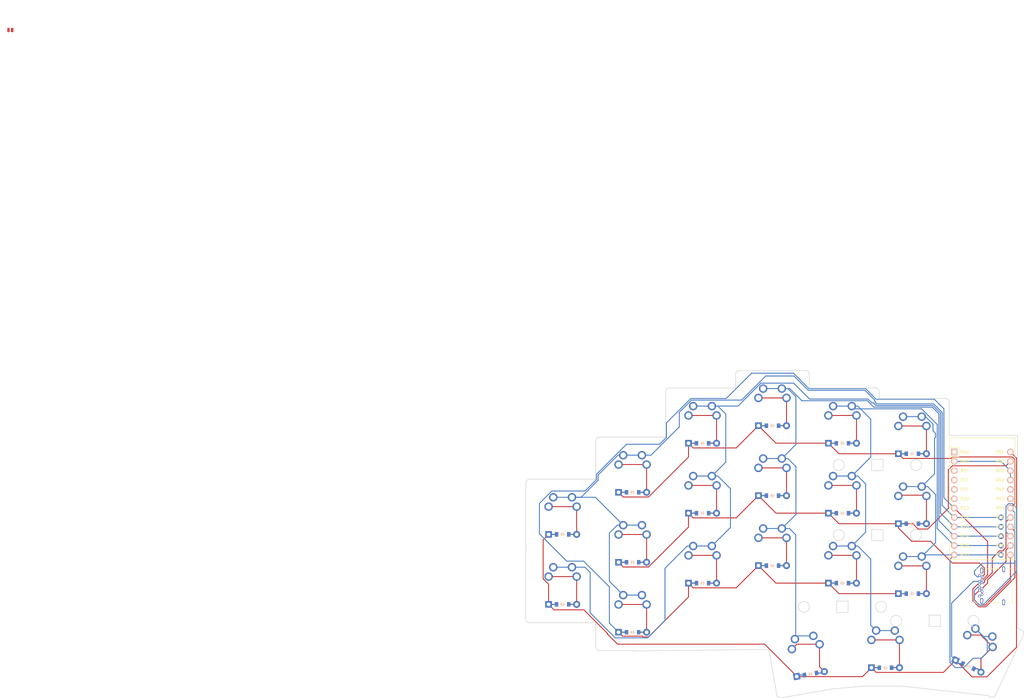
<source format=kicad_pcb>
(kicad_pcb (version 20221018) (generator pcbnew)
  (title_block (title "trone") (rev "v1.0.0") (company "Unknown"))
  (layers (0 "F.Cu" signal) (31 "B.Cu" signal) (34 "B.Paste" user) (35 "F.Paste" user) (36 "B.SilkS" user "B.Silkscreen") (37 "F.SilkS" user "F.Silkscreen") (38 "B.Mask" user) (39 "F.Mask" user) (44 "Edge.Cuts" user))
  (net 0 "")
  (net 1 "P15")
  (net 2 "outer_home")
  (net 3 "P18")
  (net 4 "outer_top")
  (net 5 "pinky_bottom")
  (net 6 "pinky_home")
  (net 7 "pinky_top")
  (net 8 "ring_bottom")
  (net 9 "ring_home")
  (net 10 "ring_top")
  (net 11 "P14")
  (net 12 "middle_bottom")
  (net 13 "middle_home")
  (net 14 "middle_top")
  (net 15 "P16")
  (net 16 "index_bottom")
  (net 17 "index_home")
  (net 18 "index_top")
  (net 19 "P10")
  (net 20 "inner_bottom")
  (net 21 "inner_home")
  (net 22 "inner_top")
  (net 23 "inner_fan")
  (net 24 "home_fan")
  (net 25 "outer_fan")
  (net 26 "P1")
  (net 27 "P19")
  (net 28 "P0")
  (net 29 "P4")
  (net 30 "P5")
  (net 31 "P6")
  (net 32 "P7")
  (net 33 "P8")
  (net 34 "P9")
  (net 35 "RAW")
  (net 36 "GND")
  (net 37 "RST")
  (net 38 "VCC")
  (net 39 "P21")
  (net 40 "P20")
  (net 41 "P2")
  (net 42 "P3")
  (footprint "MX" (layer "F.Cu") (at 245 148.0925)
    (fp_text reference "S15" hide)
    (fp_text value "" hide)
  )
  (footprint "MX" (layer "F.Cu") (at 207 140.4725)
    (fp_text reference "S9" hide)
    (fp_text value "" hide)
  )
  (footprint "MX" (layer "F.Cu") (at 150 132)
    (fp_text reference "S2" hide)
    (fp_text value "" hide)
  )
  (footprint "ComboDiode" (layer "F.Cu") (at 217.343241 174.924039 10)
    (fp_text reference "D18" hide)
    (fp_text value "" hide)
  )
  (footprint "lib:Jumper" (layer "F.Cu") (at 0 0)
    (fp_text reference "J1" hide)
    (fp_text value "Jumper")
  )
  (footprint "MX" (layer "F.Cu") (at 245 129.0925)
    (fp_text reference "S16" hide)
    (fp_text value "" hide)
  )
  (footprint "MX" (layer "F.Cu") (at 237.686347 168.200685)
    (fp_text reference "S19" hide)
    (fp_text value "" hide)
  )
  (footprint "ComboDiode" (layer "F.Cu") (at 245 153.0925)
    (fp_text reference "D15" hide)
    (fp_text value "" hide)
  )
  (footprint "MX" (layer "F.Cu") (at 207 121.4725)
    (fp_text reference "S10" hide)
    (fp_text value "" hide)
  )
  (footprint "ComboDiode" (layer "F.Cu") (at 245 134.0925)
    (fp_text reference "D16" hide)
    (fp_text value "" hide)
  )
  (footprint "MX" (layer "F.Cu") (at 150 151)
    (fp_text reference "S1" hide)
    (fp_text value "" hide)
  )
  (footprint "ComboDiode" (layer "F.Cu") (at 169 144.57)
    (fp_text reference "D4" hide)
    (fp_text value "" hide)
  )
  (footprint "MX" (layer "F.Cu") (at 169 120.57)
    (fp_text reference "S5" hide)
    (fp_text value "" hide)
  )
  (footprint "ComboDiode" (layer "F.Cu") (at 188 131.235)
    (fp_text reference "D7" hide)
    (fp_text value "" hide)
  )
  (footprint "ComboDiode" (layer "F.Cu") (at 169 125.57)
    (fp_text reference "D5" hide)
    (fp_text value "" hide)
  )
  (footprint "MX" (layer "F.Cu") (at 226 107.235)
    (fp_text reference "S14" hide)
    (fp_text value "" hide)
  )
  (footprint "ComboDiode" (layer "F.Cu") (at 188 150.235)
    (fp_text reference "D6" hide)
    (fp_text value "" hide)
  )
  (footprint "MX" (layer "F.Cu") (at 188 126.235)
    (fp_text reference "S7" hide)
    (fp_text value "" hide)
  )
  (footprint "MX" (layer "F.Cu") (at 169 158.57)
    (fp_text reference "S3" hide)
    (fp_text value "" hide)
  )
  (footprint "ComboDiode" (layer "F.Cu") (at 188 112.235)
    (fp_text reference "D8" hide)
    (fp_text value "" hide)
  )
  (footprint "ComboDiode" (layer "F.Cu") (at 169 163.57)
    (fp_text reference "D3" hide)
    (fp_text value "" hide)
  )
  (footprint "MX" (layer "F.Cu") (at 207 102.4725)
    (fp_text reference "S11" hide)
    (fp_text value "" hide)
  )
  (footprint "ProMicro" (layer "F.Cu") (at 264 128.5925 -90)
    (fp_text reference "MCU1" hide)
    (fp_text value "" hide)
  )
  (footprint "ComboDiode" (layer "F.Cu") (at 260.168955 172.800554 -25)
    (fp_text reference "D20" hide)
    (fp_text value "" hide)
  )
  (footprint "MX" (layer "F.Cu") (at 226 145.235)
    (fp_text reference "S12" hide)
    (fp_text value "" hide)
  )
  (footprint "ComboDiode" (layer "F.Cu") (at 207 126.4725)
    (fp_text reference "D10" hide)
    (fp_text value "" hide)
  )
  (footprint "ComboDiode" (layer "F.Cu") (at 207 107.4725)
    (fp_text reference "D11" hide)
    (fp_text value "" hide)
  )
  (footprint "MX" (layer "F.Cu") (at 245 110.0925)
    (fp_text reference "S17" hide)
    (fp_text value "" hide)
  )
  (footprint "MX" (layer "F.Cu") (at 169 139.57)
    (fp_text reference "S4" hide)
    (fp_text value "" hide)
  )
  (footprint "ComboDiode" (layer "F.Cu") (at 207 145.4725)
    (fp_text reference "D9" hide)
    (fp_text value "" hide)
  )
  (footprint "MX" (layer "F.Cu") (at 188 107.235)
    (fp_text reference "S8" hide)
    (fp_text value "" hide)
  )
  (footprint "MX" (layer "F.Cu") (at 226 126.235)
    (fp_text reference "S13" hide)
    (fp_text value "" hide)
  )
  (footprint "ComboDiode" (layer "F.Cu") (at 245 115.0925)
    (fp_text reference "D17" hide)
    (fp_text value "" hide)
  )
  (footprint "ComboDiode" (layer "F.Cu") (at 226 112.235)
    (fp_text reference "D14" hide)
    (fp_text value "" hide)
  )
  (footprint "ComboDiode" (layer "F.Cu") (at 237.686347 173.200685)
    (fp_text reference "D19" hide)
    (fp_text value "" hide)
  )
  (footprint "ComboDiode" (layer "F.Cu") (at 150 137)
    (fp_text reference "D2" hide)
    (fp_text value "" hide)
  )
  (footprint "MX" (layer "F.Cu") (at 188 145.235)
    (fp_text reference "S6" hide)
    (fp_text value "" hide)
  )
  (footprint "AMPHENOL_12401548E4#2A" (layer "F.Cu") (at 266.9075 150.95 90)
    (fp_text reference "USBC1" hide)
    (fp_text value "")
    (fp_line (start 3.45 -4.015) (end 3.75 -4.015) (stroke (width 0.01)) (layer "Edge.Cuts"))
    (fp_line (start 3.75 -4.665) (end 3.45 -4.665) (stroke (width 0.01)) (layer "Edge.Cuts"))
    (fp_arc (start 3.125 -4.34) (mid 3.22019 -4.56981) (end 3.45 -4.665) (stroke (width 0.01)) (layer "Edge.Cuts"))
    (fp_arc (start 3.45 -4.015) (mid 3.22019 -4.11019) (end 3.125 -4.34) (stroke (width 0.01)) (layer "Edge.Cuts"))
    (fp_arc (start 3.75 -4.665) (mid 3.97981 -4.56981) (end 4.075 -4.34) (stroke (width 0.01)) (layer "Edge.Cuts"))
    (fp_arc (start 4.075 -4.34) (mid 3.97981 -4.11019) (end 3.75 -4.015) (stroke (width 0.01)) (layer "Edge.Cuts"))
  )
  (footprint "ComboDiode" (layer "F.Cu") (at 226 150.235)
    (fp_text reference "D12" hide)
    (fp_text value "" hide)
  )
  (footprint "ComboDiode" (layer "F.Cu") (at 226 131.235)
    (fp_text reference "D13" hide)
    (fp_text value "" hide)
  )
  (footprint "MX" (layer "F.Cu") (at 262.282046 168.269015 -25)
    (fp_text reference "S20" hide)
    (fp_text value "" hide)
  )
  (footprint "ComboDiode" (layer "F.Cu") (at 150 156)
    (fp_text reference "D1" hide)
    (fp_text value "" hide)
  )
  (footprint "MX" (layer "F.Cu") (at 216.475 170 10)
    (fp_text reference "S18" hide)
    (fp_text value "" hide)
  )
  (gr_line (start 249.546 158.925) (end 249.546 162.025) (stroke (width 0.15)) (layer "Edge.Cuts"))
  (gr_line (start 178 98.235) (end 178 110.57) (stroke (width 0.15)) (layer "Edge.Cuts"))
  (gr_line (start 249.546 162.025) (end 252.646 162.025) (stroke (width 0.15)) (layer "Edge.Cuts"))
  (gr_line (start 140 123) (end 140 141) (stroke (width 0.15)) (layer "Edge.Cuts"))
  (gr_arc (start 178.130721 168.561419) (mid 178.065501 168.567852) (end 178 168.57) (stroke (width 0.15)) (layer "Edge.Cuts"))
  (gr_arc (start 140 123) (mid 140.292893 122.292893) (end 141 122) (stroke (width 0.15)) (layer "Edge.Cuts"))
  (gr_line (start 236 100.0925) (end 236 98.235) (stroke (width 0.15)) (layer "Edge.Cuts"))
  (gr_line (start 237.05 135.61375) (end 233.95 135.61375) (stroke (width 0.15)) (layer "Edge.Cuts"))
  (gr_line (start 159 161) (end 159 167.57) (stroke (width 0.15)) (layer "Edge.Cuts"))
  (gr_circle (center 246 137.16375) (end 247.5 137.16375) (stroke (width 0.15)) (fill none) (layer "Edge.Cuts"))
  (gr_line (start 159 122) (end 141 122) (stroke (width 0.15)) (layer "Edge.Cuts"))
  (gr_arc (start 140.133975 141.5) (mid 140.034075 141.258819) (end 140 141) (stroke (width 0.15)) (layer "Edge.Cuts"))
  (gr_line (start 267.54156 180.651968) (end 275.148688 164.338428) (stroke (width 0.15)) (layer "Edge.Cuts"))
  (gr_line (start 227.55 155.115) (end 224.45 155.115) (stroke (width 0.15)) (layer "Edge.Cuts"))
  (gr_arc (start 159 111.57) (mid 159.292893 110.862893) (end 160 110.57) (stroke (width 0.15)) (layer "Edge.Cuts"))
  (gr_line (start 224.45 158.215) (end 227.55 158.215) (stroke (width 0.15)) (layer "Edge.Cuts"))
  (gr_arc (start 140 142) (mid 140.034074 141.741181) (end 140.133975 141.5) (stroke (width 0.15)) (layer "Edge.Cuts"))
  (gr_line (start 232.071885 178.200685) (end 242.019315 178.200685) (stroke (width 0.15)) (layer "Edge.Cuts"))
  (gr_line (start 237.05 138.71375) (end 237.05 135.61375) (stroke (width 0.15)) (layer "Edge.Cuts"))
  (gr_line (start 233.95 138.71375) (end 237.05 138.71375) (stroke (width 0.15)) (layer "Edge.Cuts"))
  (gr_circle (center 240.596 160.475) (end 242.096 160.475) (stroke (width 0.15)) (fill none) (layer "Edge.Cuts"))
  (gr_circle (center 215.5 156.665) (end 217 156.665) (stroke (width 0.15)) (fill none) (layer "Edge.Cuts"))
  (gr_circle (center 246 118.16375) (end 247.5 118.16375) (stroke (width 0.15)) (fill none) (layer "Edge.Cuts"))
  (gr_line (start 140 142) (end 140 160) (stroke (width 0.15)) (layer "Edge.Cuts"))
  (gr_line (start 160 168.57) (end 169 168.57) (stroke (width 0.15)) (layer "Edge.Cuts"))
  (gr_line (start 265.419804 180.765955) (end 266.212634 181.135657) (stroke (width 0.15)) (layer "Edge.Cuts"))
  (gr_line (start 217 97.235) (end 217 93.4725) (stroke (width 0.15)) (layer "Edge.Cuts"))
  (gr_line (start 206.010498 168.240565) (end 178.130721 168.561419) (stroke (width 0.15)) (layer "Edge.Cuts"))
  (gr_line (start 273.575 110.0925) (end 273.575 162.501227) (stroke (width 0.15)) (layer "Edge.Cuts"))
  (gr_arc (start 267.54156 180.651968) (mid 266.977272 181.169042) (end 266.212633 181.135657) (stroke (width 0.15)) (layer "Edge.Cuts"))
  (gr_line (start 265.419804 180.765955) (end 242.019315 178.200685) (stroke (width 0.15)) (layer "Edge.Cuts"))
  (gr_line (start 252.646 158.925) (end 249.546 158.925) (stroke (width 0.15)) (layer "Edge.Cuts"))
  (gr_arc (start 235 97.235) (mid 235.707107 97.527893) (end 236 98.235) (stroke (width 0.15)) (layer "Edge.Cuts"))
  (gr_line (start 227.55 158.215) (end 227.55 155.115) (stroke (width 0.15)) (layer "Edge.Cuts"))
  (gr_line (start 232.071885 178.200685) (end 223.387464 178.935412) (stroke (width 0.15)) (layer "Edge.Cuts"))
  (gr_arc (start 197 93.4725) (mid 197.292893 92.765393) (end 198 92.4725) (stroke (width 0.15)) (layer "Edge.Cuts"))
  (gr_line (start 169 168.6665) (end 169 168.57) (stroke (width 0.15)) (layer "Edge.Cuts"))
  (gr_line (start 233.95 135.61375) (end 233.95 138.71375) (stroke (width 0.15)) (layer "Edge.Cuts"))
  (gr_line (start 209.348212 181.410911) (end 223.387464 178.935412) (stroke (width 0.15)) (layer "Edge.Cuts"))
  (gr_line (start 197 93.4725) (end 197 97.235) (stroke (width 0.15)) (layer "Edge.Cuts"))
  (gr_line (start 178 110.57) (end 160 110.57) (stroke (width 0.15)) (layer "Edge.Cuts"))
  (gr_arc (start 254 100.0925) (mid 254.707107 100.385393) (end 255 101.0925) (stroke (width 0.15)) (layer "Edge.Cuts"))
  (gr_line (start 235 97.235) (end 217 97.235) (stroke (width 0.15)) (layer "Edge.Cuts"))
  (gr_line (start 237.05 119.71375) (end 237.05 116.61375) (stroke (width 0.15)) (layer "Edge.Cuts"))
  (gr_line (start 206.010498 168.240565) (end 208.189756 180.599752) (stroke (width 0.15)) (layer "Edge.Cuts"))
  (gr_arc (start 141 161) (mid 140.292893 160.707107) (end 140 160) (stroke (width 0.15)) (layer "Edge.Cuts"))
  (gr_arc (start 160 168.57) (mid 159.292893 168.277107) (end 159 167.57) (stroke (width 0.15)) (layer "Edge.Cuts"))
  (gr_line (start 233.95 116.61375) (end 233.95 119.71375) (stroke (width 0.15)) (layer "Edge.Cuts"))
  (gr_line (start 141 161) (end 159 161) (stroke (width 0.15)) (layer "Edge.Cuts"))
  (gr_arc (start 178 98.235) (mid 178.292893 97.527893) (end 179 97.235) (stroke (width 0.15)) (layer "Edge.Cuts"))
  (gr_arc (start 274.665 163.009502) (mid 275.182074 163.57379) (end 275.148688 164.338428) (stroke (width 0.15)) (layer "Edge.Cuts"))
  (gr_circle (center 236.5 156.665) (end 238 156.665) (stroke (width 0.15)) (fill none) (layer "Edge.Cuts"))
  (gr_line (start 216 92.4725) (end 198 92.4725) (stroke (width 0.15)) (layer "Edge.Cuts"))
  (gr_arc (start 216 92.4725) (mid 216.707107 92.765393) (end 217 93.4725) (stroke (width 0.15)) (layer "Edge.Cuts"))
  (gr_line (start 252.646 162.025) (end 252.646 158.925) (stroke (width 0.15)) (layer "Edge.Cuts"))
  (gr_arc (start 209.348213 181.410911) (mid 208.600988 181.245256) (end 208.189756 180.599752) (stroke (width 0.15)) (layer "Edge.Cuts"))
  (gr_line (start 197 97.235) (end 179 97.235) (stroke (width 0.15)) (layer "Edge.Cuts"))
  (gr_line (start 159 111.57) (end 159 122) (stroke (width 0.15)) (layer "Edge.Cuts"))
  (gr_circle (center 261.596 160.475) (end 263.096 160.475) (stroke (width 0.15)) (fill none) (layer "Edge.Cuts"))
  (gr_line (start 255 110.0925) (end 255 101.0925) (stroke (width 0.15)) (layer "Edge.Cuts"))
  (gr_line (start 177.38511 168.57) (end 178 168.57) (stroke (width 0.15)) (layer "Edge.Cuts"))
  (gr_circle (center 225 137.16375) (end 226.5 137.16375) (stroke (width 0.15)) (fill none) (layer "Edge.Cuts"))
  (gr_line (start 233.95 119.71375) (end 237.05 119.71375) (stroke (width 0.15)) (layer "Edge.Cuts"))
  (gr_line (start 274.664999 163.009502) (end 273.575 162.501227) (stroke (width 0.15)) (layer "Edge.Cuts"))
  (gr_line (start 254 100.0925) (end 236 100.0925) (stroke (width 0.15)) (layer "Edge.Cuts"))
  (gr_line (start 177.38511 168.57) (end 169 168.6665) (stroke (width 0.15)) (layer "Edge.Cuts"))
  (gr_line (start 224.45 155.115) (end 224.45 158.215) (stroke (width 0.15)) (layer "Edge.Cuts"))
  (gr_line (start 237.05 116.61375) (end 233.95 116.61375) (stroke (width 0.15)) (layer "Edge.Cuts"))
  (gr_circle (center 225 118.16375) (end 226.5 118.16375) (stroke (width 0.15)) (fill none) (layer "Edge.Cuts"))
  (gr_line (start 255 110.0925) (end 273.575 110.0925) (stroke (width 0.15)) (layer "Edge.Cuts"))
  (segment (start 235.085622 101.991002) (end 250.582382 101.991002) (width 0.25) (layer "B.Cu") (net 1))
  (segment (start 192.156446 121.155) (end 195.58 124.578554) (width 0.25) (layer "B.Cu") (net 1))
  (segment (start 252.654403 131.216903) (end 256.38 134.9425) (width 0.25) (layer "B.Cu") (net 1))
  (segment (start 195.58 135.115) (end 190.54 140.155) (width 0.25) (layer "B.Cu") (net 1))
  (segment (start 195.58 124.578554) (end 195.58 135.115) (width 0.25) (layer "B.Cu") (net 1))
  (segment (start 177.8 146.198554) (end 177.8 160.386658) (width 0.25) (layer "B.Cu") (net 1))
  (segment (start 190.54 121.155) (end 192.156446 121.155) (width 0.25) (layer "B.Cu") (net 1))
  (segment (start 173.086658 165.1) (end 164.292 165.1) (width 0.25) (layer "B.Cu") (net 1))
  (segment (start 157.48 147.32) (end 156.08 145.92) (width 0.25) (layer "B.Cu") (net 1))
  (segment (start 252.654403 104.063023) (end 252.654403 131.216903) (width 0.25) (layer "B.Cu") (net 1))
  (segment (start 192.156446 102.155) (end 194.3059 104.304454) (width 0.25) (layer "B.Cu") (net 1))
  (segment (start 164.292 165.1) (end 157.48 158.288) (width 0.25) (layer "B.Cu") (net 1))
  (segment (start 250.582382 101.991002) (end 252.654403 104.063023) (width 0.25) (layer "B.Cu") (net 1))
  (segment (start 197.621434 102.155) (end 203.851934 95.9245) (width 0.25) (layer "B.Cu") (net 1))
  (segment (start 232.953189 100.237499) (end 233.971688 101.255998) (width 0.25) (layer "B.Cu") (net 1))
  (segment (start 212.7645 95.9245) (end 217.077499 100.237499) (width 0.25) (layer "B.Cu") (net 1))
  (segment (start 177.8 160.386658) (end 173.086658 165.1) (width 0.25) (layer "B.Cu") (net 1))
  (segment (start 185.46 140.155) (end 183.843554 140.155) (width 0.25) (layer "B.Cu") (net 1))
  (segment (start 203.851934 95.9245) (end 212.7645 95.9245) (width 0.25) (layer "B.Cu") (net 1))
  (segment (start 156.08 145.92) (end 152.54 145.92) (width 0.25) (layer "B.Cu") (net 1))
  (segment (start 183.843554 140.155) (end 177.8 146.198554) (width 0.25) (layer "B.Cu") (net 1))
  (segment (start 256.38 134.9425) (end 269.08 134.9425) (width 0.25) (layer "B.Cu") (net 1))
  (segment (start 234.558998 101.255998) (end 234.558998 101.464378) (width 0.25) (layer "B.Cu") (net 1))
  (segment (start 157.48 158.288) (end 157.48 147.32) (width 0.25) (layer "B.Cu") (net 1))
  (segment (start 190.54 140.155) (end 185.46 140.155) (width 0.25) (layer "B.Cu") (net 1))
  (segment (start 233.971688 101.255998) (end 234.558998 101.255998) (width 0.25) (layer "B.Cu") (net 1))
  (segment (start 147.46 145.92) (end 152.54 145.92) (width 0.25) (layer "B.Cu") (net 1))
  (segment (start 234.558998 101.464378) (end 235.085622 101.991002) (width 0.25) (layer "B.Cu") (net 1))
  (segment (start 217.077499 100.237499) (end 232.953189 100.237499) (width 0.25) (layer "B.Cu") (net 1))
  (segment (start 185.46 121.155) (end 190.54 121.155) (width 0.25) (layer "B.Cu") (net 1))
  (segment (start 194.3059 117.3891) (end 190.54 121.155) (width 0.25) (layer "B.Cu") (net 1))
  (segment (start 194.3059 104.304454) (end 194.3059 117.3891) (width 0.25) (layer "B.Cu") (net 1))
  (segment (start 190.54 102.155) (end 197.621434 102.155) (width 0.25) (layer "B.Cu") (net 1))
  (segment (start 190.54 102.155) (end 185.46 102.155) (width 0.25) (layer "B.Cu") (net 1))
  (segment (start 190.54 102.155) (end 192.156446 102.155) (width 0.25) (layer "B.Cu") (net 1))
  (segment (start 153.81 148.46) (end 153.81 156) (width 0.25) (layer "F.Cu") (net 2))
  (segment (start 146.19 148.46) (end 153.81 148.46) (width 0.25) (layer "F.Cu") (net 2))
  (segment (start 151.65 156) (end 153.81 156) (width 0.25) (layer "F.Cu") (net 2))
  (segment (start 151.65 156) (end 153.81 156) (width 0.25) (layer "B.Cu") (net 2))
  (segment (start 152.54 126.92) (end 158.89 126.92) (width 0.25) (layer "B.Cu") (net 3))
  (segment (start 162.6941 136.639454) (end 162.6941 149.7241) (width 0.25) (layer "B.Cu") (net 3))
  (segment (start 235.008499 101.024189) (end 235.008499 101.278189) (width 0.25) (layer "B.Cu") (net 3))
  (segment (start 235.271811 101.541501) (end 250.768571 101.541501) (width 0.25) (layer "B.Cu") (net 3))
  (segment (start 158.89 126.92) (end 166.46 134.49) (width 0.25) (layer "B.Cu") (net 3))
  (segment (start 198.615243 100.525501) (end 205.160744 93.98) (width 0.25) (layer "B.Cu") (net 3))
  (segment (start 159.649501 120.860123) (end 159.649501 122.269032) (width 0.25) (layer "B.Cu") (net 3))
  (segment (start 159.649501 122.269032) (end 154.998533 126.92) (width 0.25) (layer "B.Cu") (net 3))
  (segment (start 154.998533 126.92) (end 152.54 126.92) (width 0.25) (layer "B.Cu") (net 3))
  (segment (start 234.754499 100.516189) (end 234.754499 100.770189) (width 0.25) (layer "B.Cu") (net 3))
  (segment (start 171.54 134.49) (end 166.46 134.49) (width 0.25) (layer "B.Cu") (net 3))
  (segment (start 212.826467 93.98) (end 216.730968 97.884501) (width 0.25) (layer "B.Cu") (net 3))
  (segment (start 165.019624 115.49) (end 159.649501 120.860123) (width 0.25) (layer "B.Cu") (net 3))
  (segment (start 164.843554 134.49) (end 162.6941 136.639454) (width 0.25) (layer "B.Cu") (net 3))
  (segment (start 152.54 126.92) (end 147.46 126.92) (width 0.25) (layer "B.Cu") (net 3))
  (segment (start 181.6941 107.794433) (end 181.6941 103.844834) (width 0.25) (layer "B.Cu") (net 3))
  (segment (start 253.103904 103.876834) (end 253.103904 129.126404) (width 0.25) (layer "B.Cu") (net 3))
  (segment (start 232.122811 97.884501) (end 234.754499 100.516189) (width 0.25) (layer "B.Cu") (net 3))
  (segment (start 205.160744 93.98) (end 212.826467 93.98) (width 0.25) (layer "B.Cu") (net 3))
  (segment (start 166.46 153.49) (end 171.54 153.49) (width 0.25) (layer "B.Cu") (net 3))
  (segment (start 181.6941 103.844834) (end 185.013433 100.525501) (width 0.25) (layer "B.Cu") (net 3))
  (segment (start 173.998533 115.49) (end 181.6941 107.794433) (width 0.25) (layer "B.Cu") (net 3))
  (segment (start 253.103904 129.126404) (end 256.38 132.4025) (width 0.25) (layer "B.Cu") (net 3))
  (segment (start 171.54 115.49) (end 166.46 115.49) (width 0.25) (layer "B.Cu") (net 3))
  (segment (start 185.013433 100.525501) (end 198.615243 100.525501) (width 0.25) (layer "B.Cu") (net 3))
  (segment (start 171.54 115.49) (end 173.998533 115.49) (width 0.25) (layer "B.Cu") (net 3))
  (segment (start 166.46 134.49) (end 164.843554 134.49) (width 0.25) (layer "B.Cu") (net 3))
  (segment (start 216.730968 97.884501) (end 232.122811 97.884501) (width 0.25) (layer "B.Cu") (net 3))
  (segment (start 235.008499 101.278189) (end 235.271811 101.541501) (width 0.25) (layer "B.Cu") (net 3))
  (segment (start 234.754499 100.770189) (end 235.008499 101.024189) (width 0.25) (layer "B.Cu") (net 3))
  (segment (start 166.46 115.49) (end 165.019624 115.49) (width 0.25) (layer "B.Cu") (net 3))
  (segment (start 162.6941 149.7241) (end 166.46 153.49) (width 0.25) (layer "B.Cu") (net 3))
  (segment (start 250.768571 101.541501) (end 253.103904 103.876834) (width 0.25) (layer "B.Cu") (net 3))
  (segment (start 256.38 132.4025) (end 269.08 132.4025) (width 0.25) (layer "B.Cu") (net 3))
  (segment (start 151.65 137) (end 153.81 137) (width 0.25) (layer "F.Cu") (net 4))
  (segment (start 153.81 129.46) (end 146.19 129.46) (width 0.25) (layer "F.Cu") (net 4))
  (segment (start 153.81 137) (end 153.81 129.46) (width 0.25) (layer "F.Cu") (net 4))
  (segment (start 151.65 137) (end 153.81 137) (width 0.25) (layer "B.Cu") (net 4))
  (segment (start 172.81 156.03) (end 165.19 156.03) (width 0.25) (layer "F.Cu") (net 5))
  (segment (start 172.81 163.57) (end 172.81 162.222962) (width 0.25) (layer "F.Cu") (net 5))
  (segment (start 172.81 162.222962) (end 172.81 156.03) (width 0.25) (layer "F.Cu") (net 5))
  (segment (start 170.65 163.57) (end 172.81 163.57) (width 0.25) (layer "F.Cu") (net 5))
  (segment (start 170.65 163.57) (end 172.81 163.57) (width 0.25) (layer "B.Cu") (net 5))
  (segment (start 172.81 137.03) (end 165.19 137.03) (width 0.25) (layer "F.Cu") (net 6))
  (segment (start 170.65 144.57) (end 172.81 144.57) (width 0.25) (layer "F.Cu") (net 6))
  (segment (start 172.81 144.57) (end 172.81 137.03) (width 0.25) (layer "F.Cu") (net 6))
  (segment (start 170.65 144.57) (end 172.81 144.57) (width 0.25) (layer "B.Cu") (net 6))
  (segment (start 172.81 118.03) (end 165.19 118.03) (width 0.25) (layer "F.Cu") (net 7))
  (segment (start 172.81 125.57) (end 172.81 118.03) (width 0.25) (layer "F.Cu") (net 7))
  (segment (start 170.65 125.57) (end 172.81 125.57) (width 0.25) (layer "F.Cu") (net 7))
  (segment (start 170.65 125.57) (end 172.81 125.57) (width 0.25) (layer "B.Cu") (net 7))
  (segment (start 189.65 150.235) (end 191.81 150.235) (width 0.25) (layer "F.Cu") (net 8))
  (segment (start 191.81 142.695) (end 184.19 142.695) (width 0.25) (layer "F.Cu") (net 8))
  (segment (start 191.81 150.235) (end 191.81 142.695) (width 0.25) (layer "F.Cu") (net 8))
  (segment (start 189.65 150.235) (end 191.81 150.235) (width 0.25) (layer "B.Cu") (net 8))
  (segment (start 191.81 131.235) (end 191.81 123.695) (width 0.25) (layer "F.Cu") (net 9))
  (segment (start 189.65 131.235) (end 191.81 131.235) (width 0.25) (layer "F.Cu") (net 9))
  (segment (start 191.81 123.695) (end 184.19 123.695) (width 0.25) (layer "F.Cu") (net 9))
  (segment (start 189.65 131.235) (end 191.81 131.235) (width 0.25) (layer "B.Cu") (net 9))
  (segment (start 184.19 104.695) (end 191.81 104.695) (width 0.25) (layer "F.Cu") (net 10))
  (segment (start 189.65 112.235) (end 191.81 112.235) (width 0.25) (layer "F.Cu") (net 10))
  (segment (start 191.81 112.235) (end 191.81 104.695) (width 0.25) (layer "F.Cu") (net 10))
  (segment (start 189.65 112.235) (end 191.81 112.235) (width 0.25) (layer "B.Cu") (net 10))
  (segment (start 232.767 100.687) (end 234.520503 102.440503) (width 0.25) (layer "B.Cu") (net 11))
  (segment (start 213.3059 165.223799) (end 213.091456 165.438243) (width 0.25) (layer "B.Cu") (net 11))
  (segment (start 211.5925 135.3925) (end 213.3059 137.1059) (width 0.25) (layer "B.Cu") (net 11))
  (segment (start 213.36 112.5725) (end 209.54 116.3925) (width 0.25) (layer "B.Cu") (net 11))
  (segment (start 209.54 135.3925) (end 211.5925 135.3925) (width 0.25) (layer "B.Cu") (net 11))
  (segment (start 213.36 131.5725) (end 209.54 135.3925) (width 0.25) (layer "B.Cu") (net 11))
  (segment (start 211.6925 97.3925) (end 214.987 100.687) (width 0.25) (layer "B.Cu") (net 11))
  (segment (start 234.520503 102.440503) (end 250.396193 102.440503) (width 0.25) (layer "B.Cu") (net 11))
  (segment (start 211.156446 97.3925) (end 213.36 99.596054) (width 0.25) (layer "B.Cu") (net 11))
  (segment (start 250.396193 102.440503) (end 252.204902 104.249212) (width 0.25) (layer "B.Cu") (net 11))
  (segment (start 209.54 116.3925) (end 204.46 116.3925) (width 0.25) (layer "B.Cu") (net 11))
  (segment (start 213.36 118.596054) (end 213.36 131.5725) (width 0.25) (layer "B.Cu") (net 11))
  (segment (start 209.54 116.3925) (end 211.156446 116.3925) (width 0.25) (layer "B.Cu") (net 11))
  (segment (start 214.987 100.687) (end 232.767 100.687) (width 0.25) (layer "B.Cu") (net 11))
  (segment (start 256.38 137.4825) (end 269.08 137.4825) (width 0.25) (layer "B.Cu") (net 11))
  (segment (start 209.54 135.3925) (end 204.46 135.3925) (width 0.25) (layer "B.Cu") (net 11))
  (segment (start 209.54 97.3925) (end 204.46 97.3925) (width 0.25) (layer "B.Cu") (net 11))
  (segment (start 218.094279 164.55611) (end 213.973589 164.55611) (width 0.25) (layer "B.Cu") (net 11))
  (segment (start 213.973589 164.55611) (end 213.091456 165.438243) (width 0.25) (layer "B.Cu") (net 11))
  (segment (start 252.204902 104.249212) (end 252.204902 133.307402) (width 0.25) (layer "B.Cu") (net 11))
  (segment (start 209.54 97.3925) (end 211.156446 97.3925) (width 0.25) (layer "B.Cu") (net 11))
  (segment (start 209.54 97.3925) (end 211.6925 97.3925) (width 0.25) (layer "B.Cu") (net 11))
  (segment (start 252.204902 133.307402) (end 256.38 137.4825) (width 0.25) (layer "B.Cu") (net 11))
  (segment (start 213.36 99.596054) (end 213.36 112.5725) (width 0.25) (layer "B.Cu") (net 11))
  (segment (start 211.156446 116.3925) (end 213.36 118.596054) (width 0.25) (layer "B.Cu") (net 11))
  (segment (start 213.3059 137.1059) (end 213.3059 165.223799) (width 0.25) (layer "B.Cu") (net 11))
  (segment (start 210.81 145.4725) (end 210.81 137.9325) (width 0.25) (layer "F.Cu") (net 12))
  (segment (start 208.65 145.4725) (end 210.81 145.4725) (width 0.25) (layer "F.Cu") (net 12))
  (segment (start 210.81 137.9325) (end 203.19 137.9325) (width 0.25) (layer "F.Cu") (net 12))
  (segment (start 208.65 145.4725) (end 210.81 145.4725) (width 0.25) (layer "B.Cu") (net 12))
  (segment (start 210.81 126.4725) (end 210.81 118.9325) (width 0.25) (layer "F.Cu") (net 13))
  (segment (start 208.65 126.4725) (end 210.81 126.4725) (width 0.25) (layer "F.Cu") (net 13))
  (segment (start 210.81 118.9325) (end 203.19 118.9325) (width 0.25) (layer "F.Cu") (net 13))
  (segment (start 208.65 126.4725) (end 210.81 126.4725) (width 0.25) (layer "B.Cu") (net 13))
  (segment (start 210.81 107.4725) (end 210.81 99.9325) (width 0.25) (layer "F.Cu") (net 14))
  (segment (start 210.81 99.9325) (end 203.19 99.9325) (width 0.25) (layer "F.Cu") (net 14))
  (segment (start 208.65 107.4725) (end 210.81 107.4725) (width 0.25) (layer "F.Cu") (net 14))
  (segment (start 208.65 107.4725) (end 210.81 107.4725) (width 0.25) (layer "B.Cu") (net 14))
  (segment (start 230.156446 121.155) (end 232.3059 123.304454) (width 0.25) (layer "B.Cu") (net 15))
  (segment (start 240.226347 163.120685) (end 235.146347 163.120685) (width 0.25) (layer "B.Cu") (net 15))
  (segment (start 233.68 143.678554) (end 233.68 161.654338) (width 0.25) (layer "B.Cu") (net 15))
  (segment (start 228.54 102.155) (end 223.46 102.155) (width 0.25) (layer "B.Cu") (net 15))
  (segment (start 251.755401 135.397901) (end 256.38 140.0225) (width 0.25) (layer "B.Cu") (net 15))
  (segment (start 228.54 102.155) (end 229.275004 102.890004) (width 0.25) (layer "B.Cu") (net 15))
  (segment (start 251.755401 107.151835) (end 251.755401 135.397901) (width 0.25) (layer "B.Cu") (net 15))
  (segment (start 233.68 161.654338) (end 235.146347 163.120685) (width 0.25) (layer "B.Cu") (net 15))
  (segment (start 229.275004 102.890004) (end 247.49357 102.890004) (width 0.25) (layer "B.Cu") (net 15))
  (segment (start 233.68 116.015) (end 228.54 121.155) (width 0.25) (layer "B.Cu") (net 15))
  (segment (start 247.49357 102.890004) (end 251.755401 107.151835) (width 0.25) (layer "B.Cu") (net 15))
  (segment (start 228.54 140.155) (end 223.46 140.155) (width 0.25) (layer "B.Cu") (net 15))
  (segment (start 232.3059 123.304454) (end 232.3059 136.3891) (width 0.25) (layer "B.Cu") (net 15))
  (segment (start 230.156446 140.155) (end 233.68 143.678554) (width 0.25) (layer "B.Cu") (net 15))
  (segment (start 256.38 140.0225) (end 269.08 140.0225) (width 0.25) (layer "B.Cu") (net 15))
  (segment (start 228.54 121.155) (end 230.156446 121.155) (width 0.25) (layer "B.Cu") (net 15))
  (segment (start 230.156446 102.155) (end 233.68 105.678554) (width 0.25) (layer "B.Cu") (net 15))
  (segment (start 228.54 121.155) (end 223.46 121.155) (width 0.25) (layer "B.Cu") (net 15))
  (segment (start 228.54 102.155) (end 230.156446 102.155) (width 0.25) (layer "B.Cu") (net 15))
  (segment (start 228.54 140.155) (end 230.156446 140.155) (width 0.25) (layer "B.Cu") (net 15))
  (segment (start 233.68 105.678554) (end 233.68 116.015) (width 0.25) (layer "B.Cu") (net 15))
  (segment (start 232.3059 136.3891) (end 228.54 140.155) (width 0.25) (layer "B.Cu") (net 15))
  (segment (start 229.81 142.695) (end 222.19 142.695) (width 0.25) (layer "F.Cu") (net 16))
  (segment (start 229.81 150.235) (end 229.81 142.695) (width 0.25) (layer "F.Cu") (net 16))
  (segment (start 227.65 150.235) (end 229.81 150.235) (width 0.25) (layer "F.Cu") (net 16))
  (segment (start 227.65 150.235) (end 229.81 150.235) (width 0.25) (layer "B.Cu") (net 16))
  (segment (start 227.65 131.235) (end 229.81 131.235) (width 0.25) (layer "F.Cu") (net 17))
  (segment (start 229.81 131.235) (end 229.81 123.695) (width 0.25) (layer "F.Cu") (net 17))
  (segment (start 229.81 123.695) (end 222.19 123.695) (width 0.25) (layer "F.Cu") (net 17))
  (segment (start 227.65 131.235) (end 229.81 131.235) (width 0.25) (layer "B.Cu") (net 17))
  (segment (start 227.65 112.235) (end 229.81 112.235) (width 0.25) (layer "F.Cu") (net 18))
  (segment (start 229.81 104.695) (end 222.19 104.695) (width 0.25) (layer "F.Cu") (net 18))
  (segment (start 229.81 112.235) (end 229.81 104.695) (width 0.25) (layer "F.Cu") (net 18))
  (segment (start 227.65 112.235) (end 229.81 112.235) (width 0.25) (layer "B.Cu") (net 18))
  (segment (start 265.340529 165.805125) (end 265.340529 168.999471) (width 0.25) (layer "B.Cu") (net 19))
  (segment (start 242.46 143.0125) (end 247.54 143.0125) (width 0.25) (layer "B.Cu") (net 19))
  (segment (start 261.486716 170.637915) (end 258.962434 173.162197) (width 0.25) (layer "B.Cu") (net 19))
  (segment (start 264.273826 164.738422) (end 262.126925 162.591521) (width 0.25) (layer "B.Cu") (net 19))
  (segment (start 250.587784 108.8666) (end 251.3059 109.584716) (width 0.25) (layer "B.Cu") (net 19))
  (segment (start 258.962434 173.162197) (end 256.616707 173.162197) (width 0.25) (layer "B.Cu") (net 19))
  (segment (start 255.209507 171.754997) (end 255.209507 143.732993) (width 0.25) (layer "B.Cu") (net 19))
  (segment (start 263.702085 170.637915) (end 261.486716 170.637915) (width 0.25) (layer "B.Cu") (net 19))
  (segment (start 251.3059 139.2466) (end 247.54 143.0125) (width 0.25) (layer "B.Cu") (net 19))
  (segment (start 251.3059 110.600284) (end 251.010499 110.895685) (width 0.25) (layer "B.Cu") (net 19))
  (segment (start 251.3059 109.584716) (end 251.3059 110.600284) (width 0.25) (layer "B.Cu") (net 19))
  (segment (start 247.54 105.0125) (end 248.558499 105.0125) (width 0.25) (layer "B.Cu") (net 19))
  (segment (start 249.156446 124.0125) (end 251.3059 126.161954) (width 0.25) (layer "B.Cu") (net 19))
  (segment (start 255.209507 143.732993) (end 256.38 142.5625) (width 0.25) (layer "B.Cu") (net 19))
  (segment (start 256.38 142.5625) (end 247.99 142.5625) (width 0.25) (layer "B.Cu") (net 19))
  (segment (start 251.010499 110.895685) (end 251.010499 120.542001) (width 0.25) (layer "B.Cu") (net 19))
  (segment (start 247.99 142.5625) (end 247.54 143.0125) (width 0.25) (layer "B.Cu") (net 19))
  (segment (start 247.54 105.0125) (end 242.46 105.0125) (width 0.25) (layer "B.Cu") (net 19))
  (segment (start 248.558499 105.0125) (end 250.587784 107.041785) (width 0.25) (layer "B.Cu") (net 19))
  (segment (start 251.3059 126.161954) (end 251.3059 139.2466) (width 0.25) (layer "B.Cu") (net 19))
  (segment (start 262.126925 162.591521) (end 265.340529 165.805125) (width 0.25) (layer "B.Cu") (net 19))
  (segment (start 256.38 142.5625) (end 269.08 142.5625) (width 0.25) (layer "B.Cu") (net 19))
  (segment (start 251.010499 120.542001) (end 247.54 124.0125) (width 0.25) (layer "B.Cu") (net 19))
  (segment (start 250.587784 107.041785) (end 250.587784 108.8666) (width 0.25) (layer "B.Cu") (net 19))
  (segment (start 247.54 124.0125) (end 242.46 124.0125) (width 0.25) (layer "B.Cu") (net 19))
  (segment (start 266.730969 164.738422) (end 264.273826 164.738422) (width 0.25) (layer "B.Cu") (net 19))
  (segment (start 265.340529 168.999471) (end 263.702085 170.637915) (width 0.25) (layer "B.Cu") (net 19))
  (segment (start 247.54 124.0125) (end 249.156446 124.0125) (width 0.25) (layer "B.Cu") (net 19))
  (segment (start 256.616707 173.162197) (end 255.209507 171.754997) (width 0.25) (layer "B.Cu") (net 19))
  (segment (start 246.65 153.0925) (end 248.81 153.0925) (width 0.25) (layer "F.Cu") (net 20))
  (segment (start 248.81 153.0925) (end 248.81 145.5525) (width 0.25) (layer "F.Cu") (net 20))
  (segment (start 248.81 145.5525) (end 241.19 145.5525) (width 0.25) (layer "F.Cu") (net 20))
  (segment (start 246.65 153.0925) (end 248.81 153.0925) (width 0.25) (layer "B.Cu") (net 20))
  (segment (start 241.388 126.3545) (end 241.19 126.5525) (width 0.25) (layer "F.Cu") (net 21))
  (segment (start 248.81 134.0925) (end 248.81 126.5525) (width 0.25) (layer "F.Cu") (net 21))
  (segment (start 248.612 126.3545) (end 241.388 126.3545) (width 0.25) (layer "F.Cu") (net 21))
  (segment (start 246.65 134.0925) (end 248.81 134.0925) (width 0.25) (layer "F.Cu") (net 21))
  (segment (start 248.81 126.5525) (end 248.612 126.3545) (width 0.25) (layer "F.Cu") (net 21))
  (segment (start 246.65 134.0925) (end 248.81 134.0925) (width 0.25) (layer "B.Cu") (net 21))
  (segment (start 248.81 115.0925) (end 248.81 107.5525) (width 0.25) (layer "F.Cu") (net 22))
  (segment (start 248.81 107.5525) (end 241.19 107.5525) (width 0.25) (layer "F.Cu") (net 22))
  (segment (start 246.65 115.0925) (end 248.81 115.0925) (width 0.25) (layer "F.Cu") (net 22))
  (segment (start 246.65 115.0925) (end 248.81 115.0925) (width 0.25) (layer "B.Cu") (net 22))
  (segment (start 221.095359 174.262439) (end 219.786051 172.953131) (width 0.25) (layer "F.Cu") (net 23))
  (segment (start 219.786051 172.953131) (end 219.786051 166.836989) (width 0.25) (layer "F.Cu") (net 23))
  (segment (start 220.720278 174.63752) (end 221.095359 174.262439) (width 0.25) (layer "F.Cu") (net 23))
  (segment (start 219.786051 166.836989) (end 213.605015 166.836989) (width 0.25) (layer "F.Cu") (net 23))
  (segment (start 218.968174 174.63752) (end 220.720278 174.63752) (width 0.25) (layer "F.Cu") (net 23))
  (segment (start 213.605015 166.836989) (end 212.281816 168.160188) (width 0.25) (layer "F.Cu") (net 23))
  (segment (start 220.720278 174.63752) (end 221.095359 174.262439) (width 0.25) (layer "B.Cu") (net 23))
  (segment (start 218.968174 174.63752) (end 220.720278 174.63752) (width 0.25) (layer "B.Cu") (net 23))
  (segment (start 241.496347 173.200685) (end 241.496347 165.660685) (width 0.25) (layer "F.Cu") (net 24))
  (segment (start 239.336347 173.200685) (end 241.496347 173.200685) (width 0.25) (layer "F.Cu") (net 24))
  (segment (start 241.496347 165.660685) (end 233.876347 165.660685) (width 0.25) (layer "F.Cu") (net 24))
  (segment (start 239.336347 173.200685) (end 241.496347 173.200685) (width 0.25) (layer "B.Cu") (net 24))
  (segment (start 263.621988 170.76371) (end 266.808529 167.577169) (width 0.25) (layer "F.Cu") (net 25))
  (segment (start 261.664363 173.497874) (end 262.709132 173.497874) (width 0.25) (layer "F.Cu") (net 25))
  (segment (start 263.621988 174.41073) (end 263.621988 170.76371) (width 0.25) (layer "F.Cu") (net 25))
  (segment (start 263.588178 164.356818) (end 259.902464 164.356818) (width 0.25) (layer "F.Cu") (net 25))
  (segment (start 262.709132 173.497874) (end 263.621988 174.41073) (width 0.25) (layer "F.Cu") (net 25))
  (segment (start 266.808529 167.577169) (end 263.588178 164.356818) (width 0.25) (layer "F.Cu") (net 25))
  (segment (start 262.709132 173.497874) (end 263.621988 174.41073) (width 0.25) (layer "B.Cu") (net 25))
  (segment (start 261.664363 173.497874) (end 262.709132 173.497874) (width 0.25) (layer "B.Cu") (net 25))
  (segment (start 213.591123 175.537016) (end 204.873608 166.819501) (width 0.25) (layer "F.Cu") (net 26))
  (segment (start 162.244599 164.150289) (end 162.244599 163.961756) (width 0.25) (layer "F.Cu") (net 26))
  (segment (start 146.19 150.536066) (end 144.722 149.068066) (width 0.25) (layer "F.Cu") (net 26))
  (segment (start 236.036347 173.200685) (end 233.876347 173.200685) (width 0.25) (layer "F.Cu") (net 26))
  (segment (start 265.25577 175.68823) (end 261.213774 175.68823) (width 0.25) (layer "F.Cu") (net 26))
  (segment (start 148.35 156) (end 146.19 156) (width 0.25) (layer "F.Cu") (net 26))
  (segment (start 273.270801 116.273301) (end 273.270801 167.673199) (width 0.25) (layer "F.Cu") (net 26))
  (segment (start 204.873608 166.819501) (end 164.913811 166.819501) (width 0.25) (layer "F.Cu") (net 26))
  (segment (start 213.591123 175.585639) (end 213.591123 175.537016) (width 0.25) (layer "F.Cu") (net 26))
  (segment (start 235.153847 174.478185) (end 233.876347 173.200685) (width 0.25) (layer "F.Cu") (net 26))
  (segment (start 155.762843 157.48) (end 147.67 157.48) (width 0.25) (layer "F.Cu") (net 26))
  (segment (start 215.718308 175.210558) (end 213.966204 175.210558) (width 0.25) (layer "F.Cu") (net 26))
  (segment (start 233.876347 173.200685) (end 231.445486 175.631546) (width 0.25) (layer "F.Cu") (net 26))
  (segment (start 231.445486 175.631546) (end 213.63703 175.631546) (width 0.25) (layer "F.Cu") (net 26))
  (segment (start 213.966204 175.210558) (end 213.591123 175.585639) (width 0.25) (layer "F.Cu") (net 26))
  (segment (start 146.19 156) (end 146.19 150.536066) (width 0.25) (layer "F.Cu") (net 26))
  (segment (start 256.715922 171.190378) (end 253.428115 174.478185) (width 0.25) (layer "F.Cu") (net 26))
  (segment (start 164.913811 166.819501) (end 162.244599 164.150289) (width 0.25) (layer "F.Cu") (net 26))
  (segment (start 257.628778 172.103234) (end 256.715922 171.190378) (width 0.25) (layer "F.Cu") (net 26))
  (segment (start 213.63703 175.631546) (end 213.591123 175.585639) (width 0.25) (layer "F.Cu") (net 26))
  (segment (start 144.722 138.468) (end 146.19 137) (width 0.25) (layer "F.Cu") (net 26))
  (segment (start 148.35 137) (end 146.19 137) (width 0.25) (layer "F.Cu") (net 26))
  (segment (start 162.244599 163.961756) (end 155.762843 157.48) (width 0.25) (layer "F.Cu") (net 26))
  (segment (start 147.67 157.48) (end 146.19 156) (width 0.25) (layer "F.Cu") (net 26))
  (segment (start 144.722 149.068066) (end 144.722 138.468) (width 0.25) (layer "F.Cu") (net 26))
  (segment (start 253.428115 174.478185) (end 235.153847 174.478185) (width 0.25) (layer "F.Cu") (net 26))
  (segment (start 273.270801 167.673199) (end 265.25577 175.68823) (width 0.25) (layer "F.Cu") (net 26))
  (segment (start 258.673547 172.103234) (end 257.628778 172.103234) (width 0.25) (layer "F.Cu") (net 26))
  (segment (start 271.62 114.6225) (end 273.270801 116.273301) (width 0.25) (layer "F.Cu") (net 26))
  (segment (start 261.213774 175.68823) (end 256.715922 171.190378) (width 0.25) (layer "F.Cu") (net 26))
  (segment (start 261.590861 149.75) (end 255.659008 155.681853) (width 0.25) (layer "B.Cu") (net 26))
  (segment (start 148.35 137) (end 146.19 137) (width 0.25) (layer "B.Cu") (net 26))
  (segment (start 255.659008 170.133464) (end 256.715922 171.190378) (width 0.25) (layer "B.Cu") (net 26))
  (segment (start 236.036347 173.200685) (end 233.876347 173.200685) (width 0.25) (layer "B.Cu") (net 26))
  (segment (start 213.966204 175.210558) (end 213.591123 175.585639) (width 0.25) (layer "B.Cu") (net 26))
  (segment (start 148.35 156) (end 146.19 156) (width 0.25) (layer "B.Cu") (net 26))
  (segment (start 263.2175 149.75) (end 261.590861 149.75) (width 0.25) (layer "B.Cu") (net 26))
  (segment (start 257.628778 172.103234) (end 256.715922 171.190378) (width 0.25) (layer "B.Cu") (net 26))
  (segment (start 255.659008 155.681853) (end 255.659008 170.133464) (width 0.25) (layer "B.Cu") (net 26))
  (segment (start 215.718308 175.210558) (end 213.966204 175.210558) (width 0.25) (layer "B.Cu") (net 26))
  (segment (start 258.673547 172.103234) (end 257.628778 172.103234) (width 0.25) (layer "B.Cu") (net 26))
  (segment (start 186.35 150.235) (end 184.19 150.235) (width 0.25) (layer "F.Cu") (net 27))
  (segment (start 166.270499 164.650499) (end 171.636189 164.650499) (width 0.25) (layer "F.Cu") (net 27))
  (segment (start 222.19 150.235) (end 225.0475 153.0925) (width 0.25) (layer "F.Cu") (net 27))
  (segment (start 207.9525 150.235) (end 222.19 150.235) (width 0.25) (layer "F.Cu") (net 27))
  (segment (start 171.636189 164.650499) (end 171.83319 164.8475) (width 0.25) (layer "F.Cu") (net 27))
  (segment (start 265.430499 148.001311) (end 265.430499 138.912999) (width 0.25) (layer "F.Cu") (net 27))
  (segment (start 225.0475 153.0925) (end 241.19 153.0925) (width 0.25) (layer "F.Cu") (net 27))
  (segment (start 184.19 150.235) (end 185.4675 151.5125) (width 0.25) (layer "F.Cu") (net 27))
  (segment (start 185.4675 151.5125) (end 197.15 151.5125) (width 0.25) (layer "F.Cu") (net 27))
  (segment (start 264.08181 149.35) (end 265.430499 148.001311) (width 0.25) (layer "F.Cu") (net 27))
  (segment (start 243.35 153.0925) (end 241.19 153.0925) (width 0.25) (layer "F.Cu") (net 27))
  (segment (start 205.35 145.4725) (end 203.19 145.4725) (width 0.25) (layer "F.Cu") (net 27))
  (segment (start 203.19 145.4725) (end 207.9525 150.235) (width 0.25) (layer "F.Cu") (net 27))
  (segment (start 173.339158 164.8475) (end 184.19 153.996658) (width 0.25) (layer "F.Cu") (net 27))
  (segment (start 171.83319 164.8475) (end 173.339158 164.8475) (width 0.25) (layer "F.Cu") (net 27))
  (segment (start 197.15 151.5125) (end 203.19 145.4725) (width 0.25) (layer "F.Cu") (net 27))
  (segment (start 167.35 163.57) (end 165.19 163.57) (width 0.25) (layer "F.Cu") (net 27))
  (segment (start 265.430499 138.912999) (end 256.38 129.8625) (width 0.25) (layer "F.Cu") (net 27))
  (segment (start 184.19 153.996658) (end 184.19 150.235) (width 0.25) (layer "F.Cu") (net 27))
  (segment (start 165.19 163.57) (end 166.270499 164.650499) (width 0.25) (layer "F.Cu") (net 27))
  (segment (start 263.9175 149.35) (end 264.08181 149.35) (width 0.25) (layer "F.Cu") (net 27))
  (segment (start 224.35 150.235) (end 222.19 150.235) (width 0.25) (layer "F.Cu") (net 27))
  (segment (start 186.35 150.235) (end 184.19 150.235) (width 0.25) (layer "B.Cu") (net 27))
  (segment (start 159.2 122.082843) (end 156.060843 125.222) (width 0.25) (layer "B.Cu") (net 27))
  (segment (start 184.827743 100.075501) (end 178.2 106.703244) (width 0.25) (layer "B.Cu") (net 27))
  (segment (start 159.2 120.673934) (end 159.2 122.082843) (width 0.25) (layer "B.Cu") (net 27))
  (segment (start 155.702 144.272) (end 162.6941 151.2641) (width 0.25) (layer "B.Cu") (net 27))
  (segment (start 143.6941 136.8361) (end 151.13 144.272) (width 0.25) (layer "B.Cu") (net 27))
  (segment (start 167.351934 112.522) (end 159.2 120.673934) (width 0.25) (layer "B.Cu") (net 27))
  (segment (start 178.2 110.652843) (end 176.330843 112.522) (width 0.25) (layer "B.Cu") (net 27))
  (segment (start 250.952 100.2925) (end 235.1665 100.2925) (width 0.25) (layer "B.Cu") (net 27))
  (segment (start 253.553405 127.035905) (end 253.553405 102.893905) (width 0.25) (layer "B.Cu") (net 27))
  (segment (start 243.35 153.0925) (end 241.19 153.0925) (width 0.25) (layer "B.Cu") (net 27))
  (segment (start 167.35 163.57) (end 165.19 163.57) (width 0.25) (layer "B.Cu") (net 27))
  (segment (start 201.299843 93.218) (end 194.442342 100.075501) (width 0.25) (layer "B.Cu") (net 27))
  (segment (start 162.6941 161.0741) (end 165.19 163.57) (width 0.25) (layer "B.Cu") (net 27))
  (segment (start 151.13 144.272) (end 155.702 144.272) (width 0.25) (layer "B.Cu") (net 27))
  (segment (start 216.917157 97.435) (end 212.700157 93.218) (width 0.25) (layer "B.Cu") (net 27))
  (segment (start 176.330843 112.522) (end 167.351934 112.522) (width 0.25) (layer "B.Cu") (net 27))
  (segment (start 143.6941 128.5859) (end 143.6941 136.8361) (width 0.25) (layer "B.Cu") (net 27))
  (segment (start 205.35 145.4725) (end 203.19 145.4725) (width 0.25) (layer "B.Cu") (net 27))
  (segment (start 194.442342 100.075501) (end 184.827743 100.075501) (width 0.25) (layer "B.Cu") (net 27))
  (segment (start 235.1665 100.2925) (end 232.309 97.435) (width 0.25) (layer "B.Cu") (net 27))
  (segment (start 178.2 106.703244) (end 178.2 110.652843) (width 0.25) (layer "B.Cu") (net 27))
  (segment (start 232.309 97.435) (end 216.917157 97.435) (width 0.25) (layer "B.Cu") (net 27))
  (segment (start 156.060843 125.222) (end 147.058 125.222) (width 0.25) (layer "B.Cu") (net 27))
  (segment (start 212.700157 93.218) (end 201.299843 93.218) (width 0.25) (layer "B.Cu") (net 27))
  (segment (start 256.38 129.8625) (end 253.553405 127.035905) (width 0.25) (layer "B.Cu") (net 27))
  (segment (start 224.35 150.235) (end 222.19 150.235) (width 0.25) (layer "B.Cu") (net 27))
  (segment (start 162.6941 151.2641) (end 162.6941 161.0741) (width 0.25) (layer "B.Cu") (net 27))
  (segment (start 147.058 125.222) (end 143.6941 128.5859) (width 0.25) (layer "B.Cu") (net 27))
  (segment (start 253.553405 102.893905) (end 250.952 100.2925) (width 0.25) (layer "B.Cu") (net 27))
  (segment (start 270.4185 118.364) (end 271.62 117.1625) (width 0.25) (layer "F.Cu") (net 28))
  (segment (start 263.9175 148.55) (end 264.5425 147.925) (width 0.25) (layer "F.Cu") (net 28))
  (segment (start 243.35 134.0925) (end 241.19 134.0925) (width 0.25) (layer "F.Cu") (net 28))
  (segment (start 203.19 126.4725) (end 197.15 132.5125) (width 0.25) (layer "F.Cu") (net 28))
  (segment (start 167.35 144.57) (end 165.19 144.57) (width 0.25) (layer "F.Cu") (net 28))
  (segment (start 186.35 131.235) (end 184.19 131.235) (width 0.25) (layer "F.Cu") (net 28))
  (segment (start 241.19 134.0925) (end 225.0475 134.0925) (width 0.25) (layer "F.Cu") (net 28))
  (segment (start 254.762 129.947158) (end 254.762 119.484205) (width 0.25) (layer "F.Cu") (net 28))
  (segment (start 254.762 119.484205) (end 255.882205 118.364) (width 0.25) (layer "F.Cu") (net 28))
  (segment (start 263.202805 144.78) (end 255.828595 144.78) (width 0.25) (layer "F.Cu") (net 28))
  (segment (start 184.19 131.235) (end 184.19 134.996658) (width 0.25) (layer "F.Cu") (net 28))
  (segment (start 241.19 135.2315) (end 241.19 134.0925) (width 0.25) (layer "F.Cu") (net 28))
  (segment (start 255.882205 118.364) (end 270.4185 118.364) (width 0.25) (layer "F.Cu") (net 28))
  (segment (start 207.9525 131.235) (end 203.19 126.4725) (width 0.25) (layer "F.Cu") (net 28))
  (segment (start 255.828595 144.78) (end 249.920619 138.872024) (width 0.25) (layer "F.Cu") (net 28))
  (segment (start 205.35 126.4725) (end 203.19 126.4725) (width 0.25) (layer "F.Cu") (net 28))
  (segment (start 244.830524 138.872024) (end 241.19 135.2315) (width 0.25) (layer "F.Cu") (net 28))
  (segment (start 241.19 134.0925) (end 245.099143 134.0925) (width 0.25) (layer "F.Cu") (net 28))
  (segment (start 184.19 134.996658) (end 173.339158 145.8475) (width 0.25) (layer "F.Cu") (net 28))
  (segment (start 225.0475 134.0925) (end 222.19 131.235) (width 0.25) (layer "F.Cu") (net 28))
  (segment (start 249.920619 138.872024) (end 244.830524 138.872024) (width 0.25) (layer "F.Cu") (net 28))
  (segment (start 173.339158 145.8475) (end 166.4675 145.8475) (width 0.25) (layer "F.Cu") (net 28))
  (segment (start 249.161121 135.548037) (end 254.762 129.947158) (width 0.25) (layer "F.Cu") (net 28))
  (segment (start 197.15 132.5125) (end 185.4675 132.5125) (width 0.25) (layer "F.Cu") (net 28))
  (segment (start 166.4675 145.8475) (end 165.19 144.57) (width 0.25) (layer "F.Cu") (net 28))
  (segment (start 185.4675 132.5125) (end 184.19 131.235) (width 0.25) (layer "F.Cu") (net 28))
  (segment (start 224.35 131.235) (end 222.19 131.235) (width 0.25) (layer "F.Cu") (net 28))
  (segment (start 264.5425 146.119695) (end 263.202805 144.78) (width 0.25) (layer "F.Cu") (net 28))
  (segment (start 246.55468 135.548037) (end 249.161121 135.548037) (width 0.25) (layer "F.Cu") (net 28))
  (segment (start 264.5425 147.925) (end 264.5425 146.119695) (width 0.25) (layer "F.Cu") (net 28))
  (segment (start 245.099143 134.0925) (end 246.55468 135.548037) (width 0.25) (layer "F.Cu") (net 28))
  (segment (start 222.19 131.235) (end 207.9525 131.235) (width 0.25) (layer "F.Cu") (net 28))
  (segment (start 205.35 126.4725) (end 203.19 126.4725) (width 0.25) (layer "B.Cu") (net 28))
  (segment (start 243.35 134.0925) (end 241.19 134.0925) (width 0.25) (layer "B.Cu") (net 28))
  (segment (start 224.35 131.235) (end 222.19 131.235) (width 0.25) (layer "B.Cu") (net 28))
  (segment (start 167.35 144.57) (end 165.19 144.57) (width 0.25) (layer "B.Cu") (net 28))
  (segment (start 186.35 131.235) (end 184.19 131.235) (width 0.25) (layer "B.Cu") (net 28))
  (segment (start 272.8213 128.6612) (end 271.62 129.8625) (width 0.25) (layer "F.Cu") (net 29))
  (segment (start 243.35 115.0925) (end 241.19 115.0925) (width 0.25) (layer "F.Cu") (net 29))
  (segment (start 166.4675 126.8475) (end 165.19 125.57) (width 0.25) (layer "F.Cu") (net 29))
  (segment (start 184.19 115.996658) (end 173.339158 126.8475) (width 0.25) (layer "F.Cu") (net 29))
  (segment (start 185.4675 113.5125) (end 184.19 112.235) (width 0.25) (layer "F.Cu") (net 29))
  (segment (start 241.19 115.0925) (end 225.0475 115.0925) (width 0.25) (layer "F.Cu") (net 29))
  (segment (start 205.35 107.4725) (end 203.19 107.4725) (width 0.25) (layer "F.Cu") (net 29))
  (segment (start 272.117595 115.9612) (end 272.8213 116.664905) (width 0.25) (layer "F.Cu") (net 29))
  (segment (start 255.473605 116.37) (end 255.882405 115.9612) (width 0.25) (layer "F.Cu") (net 29))
  (segment (start 173.339158 126.8475) (end 166.4675 126.8475) (width 0.25) (layer "F.Cu") (net 29))
  (segment (start 255.882405 115.9612) (end 272.117595 115.9612) (width 0.25) (layer "F.Cu") (net 29))
  (segment (start 225.0475 115.0925) (end 222.19 112.235) (width 0.25) (layer "F.Cu") (net 29))
  (segment (start 242.4675 116.37) (end 255.473605 116.37) (width 0.25) (layer "F.Cu") (net 29))
  (segment (start 197.15 113.5125) (end 185.4675 113.5125) (width 0.25) (layer "F.Cu") (net 29))
  (segment (start 224.35 112.235) (end 222.19 112.235) (width 0.25) (layer "F.Cu") (net 29))
  (segment (start 186.35 112.235) (end 184.19 112.235) (width 0.25) (layer "F.Cu") (net 29))
  (segment (start 241.19 115.0925) (end 242.4675 116.37) (width 0.25) (layer "F.Cu") (net 29))
  (segment (start 272.8213 116.664905) (end 272.8213 128.6612) (width 0.25) (layer "F.Cu") (net 29))
  (segment (start 222.19 112.235) (end 207.9525 112.235) (width 0.25) (layer "F.Cu") (net 29))
  (segment (start 203.19 107.4725) (end 197.15 113.5125) (width 0.25) (layer "F.Cu") (net 29))
  (segment (start 207.9525 112.235) (end 203.19 107.4725) (width 0.25) (layer "F.Cu") (net 29))
  (segment (start 167.35 125.57) (end 165.19 125.57) (width 0.25) (layer "F.Cu") (net 29))
  (segment (start 184.19 112.235) (end 184.19 115.996658) (width 0.25) (layer "F.Cu") (net 29))
  (segment (start 263.946046 144.831505) (end 261.8675 146.910051) (width 0.25) (layer "B.Cu") (net 29))
  (segment (start 224.35 112.235) (end 222.19 112.235) (width 0.25) (layer "B.Cu") (net 29))
  (segment (start 243.35 115.0925) (end 241.19 115.0925) (width 0.25) (layer "B.Cu") (net 29))
  (segment (start 262.867501 148.499999) (end 263.2175 148.15) (width 0.25) (layer "B.Cu") (net 29))
  (segment (start 261.8675 146.910051) (end 261.8675 147.789949) (width 0.25) (layer "B.Cu") (net 29))
  (segment (start 272.8213 144.831505) (end 263.946046 144.831505) (width 0.25) (layer "B.Cu") (net 29))
  (segment (start 272.8213 131.0638) (end 272.8213 144.831505) (width 0.25) (layer "B.Cu") (net 29))
  (segment (start 167.35 125.57) (end 165.19 125.57) (width 0.25) (layer "B.Cu") (net 29))
  (segment (start 262.57755 148.499999) (end 262.867501 148.499999) (width 0.25) (layer "B.Cu") (net 29))
  (segment (start 205.35 107.4725) (end 203.19 107.4725) (width 0.25) (layer "B.Cu") (net 29))
  (segment (start 261.8675 147.789949) (end 262.57755 148.499999) (width 0.25) (layer "B.Cu") (net 29))
  (segment (start 186.35 112.235) (end 184.19 112.235) (width 0.25) (layer "B.Cu") (net 29))
  (segment (start 271.62 129.8625) (end 272.8213 131.0638) (width 0.25) (layer "B.Cu") (net 29))
  (segment (start 270.4187 133.6038) (end 270.4187 140.587051) (width 0.25) (layer "F.Cu") (net 30))
  (segment (start 266.7 143.405249) (end 266.7 147.3675) (width 0.25) (layer "F.Cu") (net 30))
  (segment (start 264.5925 149.969974) (end 264.412474 150.15) (width 0.25) (layer "F.Cu") (net 30))
  (segment (start 269.530251 141.4755) (end 268.629749 141.4755) (width 0.25) (layer "F.Cu") (net 30))
  (segment (start 264.412474 150.15) (end 263.9175 150.15) (width 0.25) (layer "F.Cu") (net 30))
  (segment (start 270.4187 140.587051) (end 269.530251 141.4755) (width 0.25) (layer "F.Cu") (net 30))
  (segment (start 268.629749 141.4755) (end 266.7 143.405249) (width 0.25) (layer "F.Cu") (net 30))
  (segment (start 264.5925 149.475) (end 264.5925 149.969974) (width 0.25) (layer "F.Cu") (net 30))
  (segment (start 271.62 132.4025) (end 270.4187 133.6038) (width 0.25) (layer "F.Cu") (net 30))
  (segment (start 266.7 147.3675) (end 264.5925 149.475) (width 0.25) (layer "F.Cu") (net 30))
  (segment (start 262.722526 150.55) (end 263.2175 150.55) (width 0.25) (layer "F.Cu") (net 31))
  (segment (start 272.8213 136.1438) (end 272.8213 148.774297) (width 0.25) (layer "F.Cu") (net 31))
  (segment (start 271.62 134.9425) (end 272.8213 136.1438) (width 0.25) (layer "F.Cu") (net 31))
  (segment (start 261.4175 155.026345) (end 261.4175 151.855026) (width 0.25) (layer "F.Cu") (net 31))
  (segment (start 272.8213 148.774297) (end 264.941096 156.654501) (width 0.25) (layer "F.Cu") (net 31))
  (segment (start 264.941096 156.654501) (end 263.045656 156.654501) (width 0.25) (layer "F.Cu") (net 31))
  (segment (start 263.045656 156.654501) (end 261.4175 155.026345) (width 0.25) (layer "F.Cu") (net 31))
  (segment (start 261.4175 151.855026) (end 262.722526 150.55) (width 0.25) (layer "F.Cu") (net 31))
  (segment (start 271.78 137.3225) (end 271.78 137.16) (width 0.25) (layer "F.Cu") (net 32))
  (segment (start 271.62 137.4825) (end 271.78 137.3225) (width 0.25) (layer "F.Cu") (net 32))
  (segment (start 273.2713 129.814905) (end 273.2713 147.051505) (width 0.25) (layer "B.Cu") (net 32))
  (segment (start 270.4187 129.364905) (end 271.122405 128.6612) (width 0.25) (layer "B.Cu") (net 32))
  (segment (start 261.8675 152.205026) (end 262.722526 151.35) (width 0.25) (layer "B.Cu") (net 32))
  (segment (start 263.232551 156.205) (end 261.8675 154.839949) (width 0.25) (layer "B.Cu") (net 32))
  (segment (start 261.8675 154.839949) (end 261.8675 152.205026) (width 0.25) (layer "B.Cu") (net 32))
  (segment (start 272.117595 128.6612) (end 273.2713 129.814905) (width 0.25) (layer "B.Cu") (net 32))
  (segment (start 262.722526 151.35) (end 263.2175 151.35) (width 0.25) (layer "B.Cu") (net 32))
  (segment (start 270.4187 136.2812) (end 270.4187 129.364905) (width 0.25) (layer "B.Cu") (net 32))
  (segment (start 271.62 137.4825) (end 270.4187 136.2812) (width 0.25) (layer "B.Cu") (net 32))
  (segment (start 273.2713 147.051505) (end 264.117805 156.205) (width 0.25) (layer "B.Cu") (net 32))
  (segment (start 264.117805 156.205) (end 263.232551 156.205) (width 0.25) (layer "B.Cu") (net 32))
  (segment (start 271.122405 128.6612) (end 272.117595 128.6612) (width 0.25) (layer "B.Cu") (net 32))
  (segment (start 265.43 149.372195) (end 265.43 150.2375) (width 0.25) (layer "F.Cu") (net 33))
  (segment (start 270.4187 141.2238) (end 270.4187 144.383495) (width 0.25) (layer "F.Cu") (net 33))
  (segment (start 271.62 140.0225) (end 270.4187 141.2238) (width 0.25) (layer "F.Cu") (net 33))
  (segment (start 270.4187 144.383495) (end 265.43 149.372195) (width 0.25) (layer "F.Cu") (net 33))
  (segment (start 265.43 150.2375) (end 263.9175 151.75) (width 0.25) (layer "F.Cu") (net 33))
  (segment (start 271.62 149.339201) (end 264.754201 156.205) (width 0.25) (layer "F.Cu") (net 34))
  (segment (start 263.231845 156.205) (end 261.867001 154.840156) (width 0.25) (layer "F.Cu") (net 34))
  (segment (start 261.867001 153.500499) (end 263.2175 152.15) (width 0.25) (layer "F.Cu") (net 34))
  (segment (start 264.754201 156.205) (end 263.231845 156.205) (width 0.25) (layer "F.Cu") (net 34))
  (segment (start 271.62 142.5625) (end 271.62 149.339201) (width 0.25) (layer "F.Cu") (net 34))
  (segment (start 261.867001 154.840156) (end 261.867001 153.500499) (width 0.25) (layer "F.Cu") (net 34))
  (segment (start 271.62 119.7025) (end 271.62 122.2425) (width 0.25) (layer "B.Cu") (net 36))
  (segment (start 256.38 117.1625) (end 269.08 117.1625) (width 0.25) (layer "B.Cu") (net 36))
  (segment (start 269.08 117.1625) (end 271.62 119.7025) (width 0.25) (layer "B.Cu") (net 36))
)
</source>
